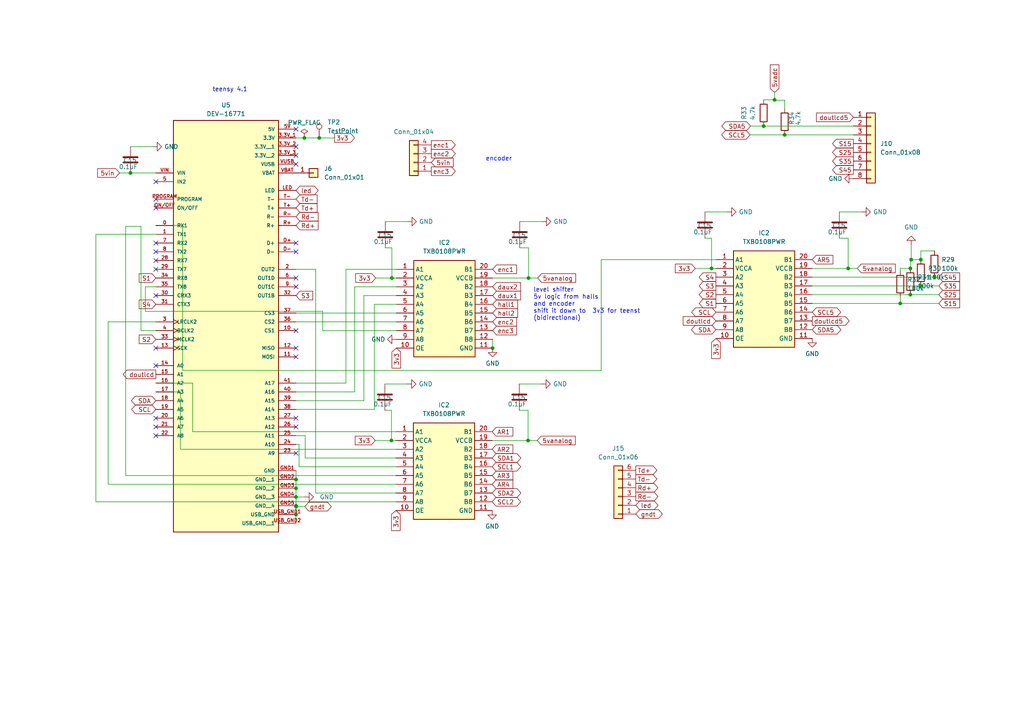
<source format=kicad_sch>
(kicad_sch (version 20230121) (generator eeschema)
  (paper "A4")
  (lib_symbols
    (symbol "Connector:TestPoint" (pin_numbers hide) (pin_names (offset 0.762) hide)
      (property "Reference" "TP" (at 0 6.858 0))
      (property "Value" "TestPoint" (at 0 5.08 0))
      (symbol "TestPoint_0_1"
        (circle (center 0 3.302) (radius 0.762))
      )
      (symbol "TestPoint_1_1"
        (pin passive line (at 0 0 90) (length 2.54) (name "1") (number "1"))
      )
    )
    (symbol "Connector_Generic:Conn_01x01" (pin_names (offset 1.016) hide)
      (property "Reference" "J" (at 0 2.54 0))
      (property "Value" "Conn_01x01" (at 0 -2.54 0))
      (symbol "Conn_01x01_1_1"
        (rectangle (start -1.27 0.127) (end 0 -0.127) (stroke (width 0.1524)))
        (rectangle (start -1.27 1.27) (end 1.27 -1.27) (stroke (width 0.254)) (fill (type background)))
        (pin passive line (at -5.08 0 0) (length 3.81) (name "Pin_1") (number "1"))
      )
    )
    (symbol "Connector_Generic:Conn_01x04" (pin_names (offset 1.016) hide)
      (property "Reference" "J" (at 0 5.08 0))
      (property "Value" "Conn_01x04" (at 0 -7.62 0))
      (symbol "Conn_01x04_1_1"
        (rectangle (start -1.27 -4.953) (end 0 -5.207) (stroke (width 0.1524)))
        (rectangle (start -1.27 -2.413) (end 0 -2.667) (stroke (width 0.1524)))
        (rectangle (start -1.27 0.127) (end 0 -0.127) (stroke (width 0.1524)))
        (rectangle (start -1.27 2.667) (end 0 2.413) (stroke (width 0.1524)))
        (rectangle (start -1.27 3.81) (end 1.27 -6.35) (stroke (width 0.254)) (fill (type background)))
        (pin passive line (at -5.08 2.54 0) (length 3.81) (name "Pin_1") (number "1"))
        (pin passive line (at -5.08 0 0) (length 3.81) (name "Pin_2") (number "2"))
        (pin passive line (at -5.08 -2.54 0) (length 3.81) (name "Pin_3") (number "3"))
        (pin passive line (at -5.08 -5.08 0) (length 3.81) (name "Pin_4") (number "4"))
      )
    )
    (symbol "Connector_Generic:Conn_01x06" (pin_names (offset 1.016) hide)
      (property "Reference" "J" (at 0 7.62 0))
      (property "Value" "Conn_01x06" (at 0 -10.16 0))
      (symbol "Conn_01x06_1_1"
        (rectangle (start -1.27 -7.493) (end 0 -7.747) (stroke (width 0.1524)))
        (rectangle (start -1.27 -4.953) (end 0 -5.207) (stroke (width 0.1524)))
        (rectangle (start -1.27 -2.413) (end 0 -2.667) (stroke (width 0.1524)))
        (rectangle (start -1.27 0.127) (end 0 -0.127) (stroke (width 0.1524)))
        (rectangle (start -1.27 2.667) (end 0 2.413) (stroke (width 0.1524)))
        (rectangle (start -1.27 5.207) (end 0 4.953) (stroke (width 0.1524)))
        (rectangle (start -1.27 6.35) (end 1.27 -8.89) (stroke (width 0.254)) (fill (type background)))
        (pin passive line (at -5.08 5.08 0) (length 3.81) (name "Pin_1") (number "1"))
        (pin passive line (at -5.08 2.54 0) (length 3.81) (name "Pin_2") (number "2"))
        (pin passive line (at -5.08 0 0) (length 3.81) (name "Pin_3") (number "3"))
        (pin passive line (at -5.08 -2.54 0) (length 3.81) (name "Pin_4") (number "4"))
        (pin passive line (at -5.08 -5.08 0) (length 3.81) (name "Pin_5") (number "5"))
        (pin passive line (at -5.08 -7.62 0) (length 3.81) (name "Pin_6") (number "6"))
      )
    )
    (symbol "Connector_Generic:Conn_01x08" (pin_names (offset 1.016) hide)
      (property "Reference" "J" (at 0 10.16 0))
      (property "Value" "Conn_01x08" (at 0 -12.7 0))
      (symbol "Conn_01x08_1_1"
        (rectangle (start -1.27 -10.033) (end 0 -10.287) (stroke (width 0.1524)))
        (rectangle (start -1.27 -7.493) (end 0 -7.747) (stroke (width 0.1524)))
        (rectangle (start -1.27 -4.953) (end 0 -5.207) (stroke (width 0.1524)))
        (rectangle (start -1.27 -2.413) (end 0 -2.667) (stroke (width 0.1524)))
        (rectangle (start -1.27 0.127) (end 0 -0.127) (stroke (width 0.1524)))
        (rectangle (start -1.27 2.667) (end 0 2.413) (stroke (width 0.1524)))
        (rectangle (start -1.27 5.207) (end 0 4.953) (stroke (width 0.1524)))
        (rectangle (start -1.27 7.747) (end 0 7.493) (stroke (width 0.1524)))
        (rectangle (start -1.27 8.89) (end 1.27 -11.43) (stroke (width 0.254)) (fill (type background)))
        (pin passive line (at -5.08 7.62 0) (length 3.81) (name "Pin_1") (number "1"))
        (pin passive line (at -5.08 5.08 0) (length 3.81) (name "Pin_2") (number "2"))
        (pin passive line (at -5.08 2.54 0) (length 3.81) (name "Pin_3") (number "3"))
        (pin passive line (at -5.08 0 0) (length 3.81) (name "Pin_4") (number "4"))
        (pin passive line (at -5.08 -2.54 0) (length 3.81) (name "Pin_5") (number "5"))
        (pin passive line (at -5.08 -5.08 0) (length 3.81) (name "Pin_6") (number "6"))
        (pin passive line (at -5.08 -7.62 0) (length 3.81) (name "Pin_7") (number "7"))
        (pin passive line (at -5.08 -10.16 0) (length 3.81) (name "Pin_8") (number "8"))
      )
    )
    (symbol "Device:C" (pin_numbers hide) (pin_names (offset 0.254))
      (property "Reference" "C" (at 0.635 2.54 0))
      (property "Value" "C" (at 0.635 -2.54 0))
      (symbol "C_0_1"
        (polyline (pts (xy -2.032 -0.762) (xy 2.032 -0.762)) (stroke (width 0.508)))
        (polyline (pts (xy -2.032 0.762) (xy 2.032 0.762)) (stroke (width 0.508)))
      )
      (symbol "C_1_1"
        (pin passive line (at 0 3.81 270) (length 2.794) (name "~") (number "1"))
        (pin passive line (at 0 -3.81 90) (length 2.794) (name "~") (number "2"))
      )
    )
    (symbol "Device:R" (pin_numbers hide) (pin_names (offset 0))
      (property "Reference" "R" (at 2.032 0 90))
      (property "Value" "R" (at 0 0 90))
      (symbol "R_0_1"
        (rectangle (start -1.016 -2.54) (end 1.016 2.54) (stroke (width 0.254)))
      )
      (symbol "R_1_1"
        (pin passive line (at 0 3.81 270) (length 1.27) (name "~") (number "1"))
        (pin passive line (at 0 -3.81 90) (length 1.27) (name "~") (number "2"))
      )
    )
    (symbol "mainbox:DEV-16771" (pin_names (offset 1.016))
      (property "Reference" "U5" (at 0 55.245 0))
      (property "Value" "DEV-16771" (at 0 52.705 0))
      (symbol "DEV-16771_0_0"
        (rectangle (start -15.24 -68.58) (end 15.24 50.8) (stroke (width 0.254)) (fill (type background)))
        (pin bidirectional line (at -20.32 20.32 0) (length 5.08) (name "RX1") (number "0"))
        (pin bidirectional line (at -20.32 17.78 0) (length 5.08) (name "TX1") (number "1"))
        (pin bidirectional line (at 20.32 -10.16 180) (length 5.08) (name "CS1") (number "10"))
        (pin bidirectional line (at 20.32 -17.78 180) (length 5.08) (name "MOSI") (number "11"))
        (pin bidirectional line (at 20.32 -15.24 180) (length 5.08) (name "MISO") (number "12"))
        (pin bidirectional clock (at -20.32 -15.24 0) (length 5.08) (name "SCK") (number "13"))
        (pin bidirectional line (at -20.32 -20.32 0) (length 5.08) (name "A0") (number "14"))
        (pin bidirectional line (at -20.32 -22.86 0) (length 5.08) (name "A1") (number "15"))
        (pin bidirectional line (at -20.32 -25.4 0) (length 5.08) (name "A2") (number "16"))
        (pin bidirectional line (at -20.32 -27.94 0) (length 5.08) (name "A3") (number "17"))
        (pin bidirectional line (at -20.32 -30.48 0) (length 5.08) (name "A4") (number "18"))
        (pin bidirectional line (at -20.32 -33.02 0) (length 5.08) (name "A5") (number "19"))
        (pin output line (at 20.32 7.62 180) (length 5.08) (name "OUT2") (number "2"))
        (pin bidirectional line (at -20.32 -35.56 0) (length 5.08) (name "A6") (number "20"))
        (pin bidirectional line (at -20.32 -38.1 0) (length 5.08) (name "A7") (number "21"))
        (pin bidirectional line (at -20.32 -40.64 0) (length 5.08) (name "A8") (number "22"))
        (pin bidirectional line (at 20.32 -45.72 180) (length 5.08) (name "A9") (number "23"))
        (pin bidirectional line (at 20.32 -43.18 180) (length 5.08) (name "A10") (number "24"))
        (pin bidirectional line (at 20.32 -40.64 180) (length 5.08) (name "A11") (number "25"))
        (pin bidirectional line (at 20.32 -38.1 180) (length 5.08) (name "A12") (number "26"))
        (pin bidirectional line (at 20.32 -35.56 180) (length 5.08) (name "A13") (number "27"))
        (pin bidirectional line (at -20.32 10.16 0) (length 5.08) (name "RX7") (number "28"))
        (pin bidirectional line (at -20.32 7.62 0) (length 5.08) (name "TX7") (number "29"))
        (pin bidirectional clock (at -20.32 -7.62 0) (length 5.08) (name "LRCLK2") (number "3"))
        (pin power_in line (at 20.32 45.72 180) (length 5.08) (name "3.3V") (number "3.3V_1"))
        (pin power_in line (at 20.32 43.18 180) (length 5.08) (name "3.3V__1") (number "3.3V_2"))
        (pin power_in line (at 20.32 40.64 180) (length 5.08) (name "3.3V__2") (number "3.3V_3"))
        (pin bidirectional line (at -20.32 0 0) (length 5.08) (name "CRX3") (number "30"))
        (pin bidirectional line (at -20.32 -2.54 0) (length 5.08) (name "CTX3") (number "31"))
        (pin output line (at 20.32 0 180) (length 5.08) (name "OUT1B") (number "32"))
        (pin bidirectional clock (at -20.32 -12.7 0) (length 5.08) (name "MCLK2") (number "33"))
        (pin bidirectional line (at -20.32 5.08 0) (length 5.08) (name "RX8") (number "34"))
        (pin bidirectional line (at -20.32 2.54 0) (length 5.08) (name "TX8") (number "35"))
        (pin bidirectional line (at 20.32 -7.62 180) (length 5.08) (name "CS2") (number "36"))
        (pin bidirectional line (at 20.32 -5.08 180) (length 5.08) (name "CS3") (number "37"))
        (pin bidirectional line (at 20.32 -33.02 180) (length 5.08) (name "A14") (number "38"))
        (pin bidirectional line (at 20.32 -30.48 180) (length 5.08) (name "A15") (number "39"))
        (pin bidirectional clock (at -20.32 -10.16 0) (length 5.08) (name "BCLK2") (number "4"))
        (pin bidirectional line (at 20.32 -27.94 180) (length 5.08) (name "A16") (number "40"))
        (pin bidirectional line (at 20.32 -25.4 180) (length 5.08) (name "A17") (number "41"))
        (pin bidirectional line (at -20.32 33.02 0) (length 5.08) (name "IN2") (number "5"))
        (pin power_in line (at 20.32 48.26 180) (length 5.08) (name "5V") (number "5V"))
        (pin output line (at 20.32 5.08 180) (length 5.08) (name "OUT1D") (number "6"))
        (pin bidirectional line (at -20.32 15.24 0) (length 5.08) (name "RX2") (number "7"))
        (pin bidirectional line (at -20.32 12.7 0) (length 5.08) (name "TX2") (number "8"))
        (pin output line (at 20.32 2.54 180) (length 5.08) (name "OUT1C") (number "9"))
        (pin bidirectional line (at 20.32 15.24 180) (length 5.08) (name "D+") (number "D+"))
        (pin bidirectional line (at 20.32 12.7 180) (length 5.08) (name "D-") (number "D-"))
        (pin power_in line (at 20.32 -50.8 180) (length 5.08) (name "GND") (number "GND1"))
        (pin power_in line (at 20.32 -53.34 180) (length 5.08) (name "GND__1") (number "GND2"))
        (pin power_in line (at 20.32 -55.88 180) (length 5.08) (name "GND__2") (number "GND3"))
        (pin power_in line (at 20.32 -58.42 180) (length 5.08) (name "GND__3") (number "GND4"))
        (pin power_in line (at 20.32 -60.96 180) (length 5.08) (name "GND__4") (number "GND5"))
        (pin bidirectional line (at 20.32 30.48 180) (length 5.08) (name "LED") (number "LED"))
        (pin bidirectional line (at -20.32 25.4 0) (length 5.08) (name "ON/OFF") (number "ON/OFF"))
        (pin bidirectional line (at -20.32 27.94 0) (length 5.08) (name "PROGRAM") (number "PROGRAM"))
        (pin bidirectional line (at 20.32 20.32 180) (length 5.08) (name "R+") (number "R+"))
        (pin bidirectional line (at 20.32 22.86 180) (length 5.08) (name "R-") (number "R-"))
        (pin bidirectional line (at 20.32 25.4 180) (length 5.08) (name "T+") (number "T+"))
        (pin bidirectional line (at 20.32 27.94 180) (length 5.08) (name "T-") (number "T-"))
        (pin power_in line (at 20.32 -63.5 180) (length 5.08) (name "USB_GND") (number "USB_GND1"))
        (pin power_in line (at 20.32 -66.04 180) (length 5.08) (name "USB_GND__1") (number "USB_GND2"))
        (pin passive line (at 20.32 35.56 180) (length 5.08) (name "VBAT") (number "VBAT"))
        (pin input line (at -20.32 35.56 0) (length 5.08) (name "VIN") (number "VIN"))
        (pin passive line (at 20.32 38.1 180) (length 5.08) (name "VUSB") (number "VUSB"))
      )
    )
    (symbol "mainbox:TXB0108PWR"
      (property "Reference" "IC" (at 24.13 7.62 0))
      (property "Value" "TXB0108PWR" (at 24.13 5.08 0))
      (symbol "TXB0108PWR_1_1"
        (rectangle (start 5.08 2.54) (end 22.86 -25.4) (stroke (width 0.254)) (fill (type background)))
        (pin passive line (at 0 0 0) (length 5.08) (name "A1") (number "1"))
        (pin passive line (at 0 -22.86 0) (length 5.08) (name "OE") (number "10"))
        (pin passive line (at 27.94 -22.86 180) (length 5.08) (name "GND") (number "11"))
        (pin passive line (at 27.94 -20.32 180) (length 5.08) (name "B8") (number "12"))
        (pin passive line (at 27.94 -17.78 180) (length 5.08) (name "B7") (number "13"))
        (pin passive line (at 27.94 -15.24 180) (length 5.08) (name "B6") (number "14"))
        (pin passive line (at 27.94 -12.7 180) (length 5.08) (name "B5") (number "15"))
        (pin passive line (at 27.94 -10.16 180) (length 5.08) (name "B4") (number "16"))
        (pin passive line (at 27.94 -7.62 180) (length 5.08) (name "B3") (number "17"))
        (pin passive line (at 27.94 -5.08 180) (length 5.08) (name "B2") (number "18"))
        (pin passive line (at 27.94 -2.54 180) (length 5.08) (name "VCCB") (number "19"))
        (pin passive line (at 0 -2.54 0) (length 5.08) (name "VCCA") (number "2"))
        (pin passive line (at 27.94 0 180) (length 5.08) (name "B1") (number "20"))
        (pin passive line (at 0 -5.08 0) (length 5.08) (name "A2") (number "3"))
        (pin passive line (at 0 -7.62 0) (length 5.08) (name "A3") (number "4"))
        (pin passive line (at 0 -10.16 0) (length 5.08) (name "A4") (number "5"))
        (pin passive line (at 0 -12.7 0) (length 5.08) (name "A5") (number "6"))
        (pin passive line (at 0 -15.24 0) (length 5.08) (name "A6") (number "7"))
        (pin passive line (at 0 -17.78 0) (length 5.08) (name "A7") (number "8"))
        (pin passive line (at 0 -20.32 0) (length 5.08) (name "A8") (number "9"))
      )
    )
    (symbol "power:GND" (power) (pin_names (offset 0))
      (property "Value" "GND" (at 0 -3.81 0))
      (symbol "GND_0_1"
        (polyline (pts (xy 0 0) (xy 0 -1.27) (xy 1.27 -1.27) (xy 0 -2.54) (xy -1.27 -1.27) (xy 0 -1.27)))
      )
      (symbol "GND_1_1"
        (pin power_in line (at 0 0 270) (length 0) hide (name "GND") (number "1"))
      )
    )
    (symbol "power:PWR_FLAG" (power) (pin_numbers hide) (pin_names (offset 0) hide)
      (property "Value" "PWR_FLAG" (at 0 3.81 0))
      (symbol "PWR_FLAG_0_0"
        (pin power_out line (at 0 0 90) (length 0) (name "pwr") (number "1"))
      )
      (symbol "PWR_FLAG_0_1"
        (polyline (pts (xy 0 0) (xy 0 1.27) (xy -1.016 1.905) (xy 0 2.54) (xy 1.016 1.905) (xy 0 1.27)))
      )
    )
  )
  (junction (at 267.081 75.311))
  (junction (at 221.488 36.576))
  (junction (at 92.583 40.005))
  (junction (at 85.852 141.605))
  (junction (at 113.538 127.762))
  (junction (at 206.375 77.851))
  (junction (at 153.162 127.762))
  (junction (at 85.852 146.685))
  (junction (at 271.018 80.391))
  (junction (at 261.112 88.011))
  (junction (at 153.289 80.645))
  (junction (at 267.081 82.931))
  (junction (at 264.033 85.471))
  (junction (at 264.287 75.311))
  (junction (at 245.999 77.851))
  (junction (at 227.584 39.116))
  (junction (at 85.852 139.065))
  (junction (at 85.852 146.939))
  (junction (at 85.852 144.145))
  (junction (at 37.846 50.165))
  (junction (at 264.033 77.851))
  (junction (at 113.665 80.645))
  (junction (at 88.265 40.005))
  (junction (at 224.663 28.956))
  (junction (at 142.875 100.965))
  (junction (at 85.852 149.225))
  (no_connect (at 45.212 57.785))
  (no_connect (at 45.212 73.025))
  (no_connect (at 45.212 100.965))
  (no_connect (at 85.852 123.825))
  (no_connect (at 85.852 103.505))
  (no_connect (at 45.212 85.725))
  (no_connect (at 45.212 52.705))
  (no_connect (at 85.852 70.485))
  (no_connect (at 85.852 73.025))
  (no_connect (at 85.852 131.445))
  (no_connect (at 45.212 121.285))
  (no_connect (at 85.852 121.285))
  (no_connect (at 45.212 123.825))
  (no_connect (at 45.212 78.105))
  (no_connect (at 45.212 70.485))
  (no_connect (at 45.212 126.365))
  (no_connect (at 85.852 37.465))
  (no_connect (at 85.852 95.885))
  (no_connect (at 85.852 42.545))
  (no_connect (at 85.852 100.965))
  (no_connect (at 45.212 106.045))
  (no_connect (at 85.852 80.645))
  (no_connect (at 45.212 75.565))
  (no_connect (at 45.212 60.325))
  (no_connect (at 85.852 83.185))
  (no_connect (at 85.852 45.085))
  (no_connect (at 85.852 47.625))
  (wire (pts (xy 91.567 143.002) (xy 91.567 78.105)))
  (wire (pts (xy 142.748 127.762) (xy 153.162 127.762)))
  (wire (pts (xy 113.538 127.762) (xy 114.808 127.762)))
  (wire (pts (xy 93.599 90.297) (xy 42.164 90.297)))
  (wire (pts (xy 267.081 82.931) (xy 272.288 82.931)))
  (wire (pts (xy 86.741 135.382) (xy 86.741 128.905)))
  (wire (pts (xy 271.018 80.391) (xy 272.288 80.391)))
  (wire (pts (xy 264.033 75.311) (xy 264.287 75.311)))
  (wire (pts (xy 114.935 83.185) (xy 102.87 83.185)))
  (wire (pts (xy 55.88 125.222) (xy 55.88 111.125)))
  (wire (pts (xy 55.88 111.125) (xy 45.212 111.125)))
  (wire (pts (xy 261.112 88.011) (xy 272.288 88.011)))
  (wire (pts (xy 45.212 83.185) (xy 42.164 83.185)))
  (wire (pts (xy 150.622 111.379) (xy 157.099 111.379)))
  (wire (pts (xy 142.875 80.645) (xy 153.289 80.645)))
  (wire (pts (xy 261.112 77.851) (xy 264.033 77.851)))
  (wire (pts (xy 206.375 77.851) (xy 207.645 77.851)))
  (wire (pts (xy 150.749 71.882) (xy 153.289 71.882)))
  (wire (pts (xy 97.028 40.005) (xy 92.583 40.005)))
  (wire (pts (xy 85.852 146.685) (xy 85.852 146.939)))
  (wire (pts (xy 85.852 144.145) (xy 85.852 146.685)))
  (wire (pts (xy 224.663 26.797) (xy 224.663 28.956)))
  (wire (pts (xy 243.459 61.468) (xy 249.936 61.468)))
  (wire (pts (xy 102.87 83.185) (xy 102.87 113.665)))
  (wire (pts (xy 245.999 77.851) (xy 245.999 69.088)))
  (wire (pts (xy 153.289 80.645) (xy 155.956 80.645)))
  (wire (pts (xy 111.633 118.999) (xy 113.538 118.999)))
  (wire (pts (xy 111.76 71.882) (xy 113.665 71.882)))
  (wire (pts (xy 204.47 69.088) (xy 206.375 69.088)))
  (wire (pts (xy 91.567 78.105) (xy 85.852 78.105)))
  (wire (pts (xy 86.741 128.905) (xy 85.852 128.905)))
  (wire (pts (xy 235.585 77.851) (xy 245.999 77.851)))
  (wire (pts (xy 36.449 137.922) (xy 114.808 137.922)))
  (wire (pts (xy 111.633 111.379) (xy 118.11 111.379)))
  (wire (pts (xy 235.585 82.931) (xy 267.081 82.931)))
  (wire (pts (xy 31.369 140.462) (xy 114.808 140.462)))
  (wire (pts (xy 108.839 127.762) (xy 113.538 127.762)))
  (wire (pts (xy 45.212 93.345) (xy 31.369 93.345)))
  (wire (pts (xy 55.88 125.222) (xy 114.808 125.222)))
  (wire (pts (xy 85.852 136.525) (xy 85.852 139.065)))
  (wire (pts (xy 114.808 132.842) (xy 88.519 132.842)))
  (wire (pts (xy 174.371 75.311) (xy 207.645 75.311)))
  (wire (pts (xy 40.894 65.659) (xy 40.894 95.885)))
  (wire (pts (xy 174.371 75.311) (xy 174.371 107.442)))
  (wire (pts (xy 264.287 70.993) (xy 264.287 75.311)))
  (wire (pts (xy 27.813 67.945) (xy 45.212 67.945)))
  (wire (pts (xy 245.999 77.851) (xy 248.666 77.851)))
  (wire (pts (xy 142.875 98.425) (xy 142.875 100.965)))
  (wire (pts (xy 34.671 50.165) (xy 37.846 50.165)))
  (wire (pts (xy 36.449 65.659) (xy 36.449 137.922)))
  (wire (pts (xy 40.894 95.885) (xy 45.212 95.885)))
  (wire (pts (xy 206.375 77.851) (xy 206.375 69.088)))
  (wire (pts (xy 100.33 111.125) (xy 85.852 111.125)))
  (wire (pts (xy 114.935 88.265) (xy 108.585 88.265)))
  (wire (pts (xy 42.164 83.185) (xy 42.164 90.297)))
  (wire (pts (xy 92.583 40.005) (xy 88.265 40.005)))
  (wire (pts (xy 52.959 107.442) (xy 52.959 65.405)))
  (wire (pts (xy 37.846 50.165) (xy 45.212 50.165)))
  (wire (pts (xy 243.459 69.088) (xy 245.999 69.088)))
  (wire (pts (xy 113.665 80.645) (xy 114.935 80.645)))
  (wire (pts (xy 235.585 85.471) (xy 264.033 85.471)))
  (wire (pts (xy 264.033 85.471) (xy 272.288 85.471)))
  (wire (pts (xy 235.585 88.011) (xy 261.112 88.011)))
  (wire (pts (xy 221.488 28.956) (xy 224.663 28.956)))
  (wire (pts (xy 153.162 127.762) (xy 155.829 127.762)))
  (wire (pts (xy 105.537 116.205) (xy 85.852 116.205)))
  (wire (pts (xy 267.081 75.311) (xy 267.081 72.771)))
  (wire (pts (xy 85.852 144.145) (xy 88.392 144.145)))
  (wire (pts (xy 31.369 93.345) (xy 31.369 140.462)))
  (wire (pts (xy 100.33 78.105) (xy 100.33 111.125)))
  (wire (pts (xy 153.289 80.645) (xy 153.289 71.882)))
  (wire (pts (xy 235.585 80.391) (xy 271.018 80.391)))
  (wire (pts (xy 150.622 118.999) (xy 153.162 118.999)))
  (wire (pts (xy 174.371 107.442) (xy 52.959 107.442)))
  (wire (pts (xy 85.852 139.065) (xy 85.852 141.605)))
  (wire (pts (xy 114.935 95.885) (xy 93.599 95.885)))
  (wire (pts (xy 267.081 72.771) (xy 271.018 72.771)))
  (wire (pts (xy 105.537 85.725) (xy 105.537 116.205)))
  (wire (pts (xy 114.808 143.002) (xy 91.567 143.002)))
  (wire (pts (xy 217.551 39.116) (xy 227.584 39.116)))
  (wire (pts (xy 88.265 40.005) (xy 85.852 40.005)))
  (wire (pts (xy 85.852 90.805) (xy 114.935 90.805)))
  (wire (pts (xy 85.852 146.939) (xy 85.852 149.225)))
  (wire (pts (xy 114.808 145.542) (xy 27.813 145.542)))
  (wire (pts (xy 114.935 78.105) (xy 100.33 78.105)))
  (wire (pts (xy 45.212 65.405) (xy 52.959 65.405)))
  (wire (pts (xy 261.112 86.233) (xy 261.112 88.011)))
  (wire (pts (xy 204.47 61.468) (xy 210.947 61.468)))
  (wire (pts (xy 227.584 29.083) (xy 227.584 31.496)))
  (wire (pts (xy 88.392 146.939) (xy 85.852 146.939)))
  (wire (pts (xy 217.678 36.576) (xy 221.488 36.576)))
  (wire (pts (xy 150.749 64.262) (xy 157.226 64.262)))
  (wire (pts (xy 52.324 130.302) (xy 52.324 113.665)))
  (wire (pts (xy 264.287 75.311) (xy 267.081 75.311)))
  (wire (pts (xy 108.585 88.265) (xy 108.585 118.745)))
  (wire (pts (xy 102.87 113.665) (xy 85.852 113.665)))
  (wire (pts (xy 113.538 127.762) (xy 113.538 118.999)))
  (wire (pts (xy 224.663 29.083) (xy 227.584 29.083)))
  (wire (pts (xy 113.665 80.645) (xy 113.665 71.882)))
  (wire (pts (xy 93.599 95.885) (xy 93.599 90.297)))
  (wire (pts (xy 88.519 132.842) (xy 88.519 126.365)))
  (wire (pts (xy 261.112 78.613) (xy 261.112 77.851)))
  (wire (pts (xy 227.584 39.116) (xy 247.523 39.116)))
  (wire (pts (xy 108.585 118.745) (xy 85.852 118.745)))
  (wire (pts (xy 36.449 65.659) (xy 40.894 65.659)))
  (wire (pts (xy 108.966 80.645) (xy 113.665 80.645)))
  (wire (pts (xy 27.813 67.945) (xy 27.813 145.542)))
  (wire (pts (xy 114.808 130.302) (xy 52.324 130.302)))
  (wire (pts (xy 221.488 36.576) (xy 247.523 36.576)))
  (wire (pts (xy 224.663 29.083) (xy 224.663 28.956)))
  (wire (pts (xy 85.852 141.605) (xy 85.852 144.145)))
  (wire (pts (xy 114.808 135.382) (xy 86.741 135.382)))
  (wire (pts (xy 153.162 127.762) (xy 153.162 118.999)))
  (wire (pts (xy 52.324 113.665) (xy 45.212 113.665)))
  (wire (pts (xy 114.935 85.725) (xy 105.537 85.725)))
  (wire (pts (xy 201.676 77.851) (xy 206.375 77.851)))
  (wire (pts (xy 264.033 77.851) (xy 264.033 75.311)))
  (wire (pts (xy 88.519 126.365) (xy 85.852 126.365)))
  (wire (pts (xy 37.846 42.545) (xy 44.323 42.545)))
  (wire (pts (xy 85.852 149.225) (xy 85.852 151.765)))
  (wire (pts (xy 111.76 64.262) (xy 118.237 64.262)))
  (wire (pts (xy 85.852 93.345) (xy 114.935 93.345)))
  (text "encoder" (at 140.843 46.863 0) (effects (font (size 1.27 1.27)) (justify left bottom)))
  (text "level shifter\n5v logic from halls\nand encoder\nshift it down to  3v3 for teenst\n(bidirectional)" (at 154.686 93.091 0) (effects (font (size 1.27 1.27)) (justify left bottom)))
  (text "teensy 4.1" (at 61.595 26.797 0) (effects (font (size 1.27 1.27)) (justify left bottom)))
  (global_label "SCL" (shape bidirectional) (at 207.645 90.551 180) (property "Intersheetrefs" "${INTERSHEET_REFS}" (effects hide)))
  (global_label "AR4" (shape input) (at 142.748 140.462 0) (property "Intersheetrefs" "${INTERSHEET_REFS}" (effects hide)))
  (global_label "SDA5" (shape bidirectional) (at 217.678 36.576 180) (property "Intersheetrefs" "${INTERSHEET_REFS}" (effects hide)))
  (global_label "S4" (shape input) (at 45.212 88.265 180) (property "Intersheetrefs" "${INTERSHEET_REFS}" (effects hide)))
  (global_label "S25" (shape input) (at 272.288 85.471 0) (property "Intersheetrefs" "${INTERSHEET_REFS}" (effects hide)))
  (global_label "doutlcd5" (shape output) (at 235.585 93.091 0) (property "Intersheetrefs" "${INTERSHEET_REFS}" (effects hide)))
  (global_label "SCL2" (shape bidirectional) (at 142.748 145.542 0) (property "Intersheetrefs" "${INTERSHEET_REFS}" (effects hide)))
  (global_label "SDA" (shape bidirectional) (at 45.212 116.205 180) (property "Intersheetrefs" "${INTERSHEET_REFS}" (effects hide)))
  (global_label "SCL" (shape bidirectional) (at 45.212 118.745 180) (property "Intersheetrefs" "${INTERSHEET_REFS}" (effects hide)))
  (global_label "S1" (shape output) (at 207.645 88.011 180) (property "Intersheetrefs" "${INTERSHEET_REFS}" (effects hide)))
  (global_label "hall1" (shape input) (at 142.875 88.265 0) (property "Intersheetrefs" "${INTERSHEET_REFS}" (effects hide)))
  (global_label "5vin" (shape input) (at 125.095 47.117 0) (property "Intersheetrefs" "${INTERSHEET_REFS}" (effects hide)))
  (global_label "5vanalog" (shape input) (at 248.666 77.851 0) (property "Intersheetrefs" "${INTERSHEET_REFS}" (effects hide)))
  (global_label "SDA5" (shape bidirectional) (at 235.585 95.631 0) (property "Intersheetrefs" "${INTERSHEET_REFS}" (effects hide)))
  (global_label "SCL5" (shape bidirectional) (at 235.585 90.551 0) (property "Intersheetrefs" "${INTERSHEET_REFS}" (effects hide)))
  (global_label "S1" (shape input) (at 45.212 80.645 180) (property "Intersheetrefs" "${INTERSHEET_REFS}" (effects hide)))
  (global_label "S3" (shape output) (at 207.645 82.931 180) (property "Intersheetrefs" "${INTERSHEET_REFS}" (effects hide)))
  (global_label "5vanalog" (shape input) (at 155.829 127.762 0) (property "Intersheetrefs" "${INTERSHEET_REFS}" (effects hide)))
  (global_label "AR5" (shape input) (at 235.585 75.311 0) (property "Intersheetrefs" "${INTERSHEET_REFS}" (effects hide)))
  (global_label "enc1" (shape input) (at 142.875 78.105 0) (property "Intersheetrefs" "${INTERSHEET_REFS}" (effects hide)))
  (global_label "Rd-" (shape output) (at 184.404 144.018 0) (property "Intersheetrefs" "${INTERSHEET_REFS}" (effects hide)))
  (global_label "enc2" (shape input) (at 142.875 93.345 0) (property "Intersheetrefs" "${INTERSHEET_REFS}" (effects hide)))
  (global_label "3v3" (shape input) (at 114.808 148.082 270) (property "Intersheetrefs" "${INTERSHEET_REFS}" (effects hide)))
  (global_label "S3" (shape input) (at 85.852 85.725 0) (property "Intersheetrefs" "${INTERSHEET_REFS}" (effects hide)))
  (global_label "S15" (shape input) (at 272.288 88.011 0) (property "Intersheetrefs" "${INTERSHEET_REFS}" (effects hide)))
  (global_label "Rd+" (shape output) (at 184.404 141.478 0) (property "Intersheetrefs" "${INTERSHEET_REFS}" (effects hide)))
  (global_label "Td-" (shape output) (at 184.404 138.938 0) (property "Intersheetrefs" "${INTERSHEET_REFS}" (effects hide)))
  (global_label "S45" (shape output) (at 247.523 49.276 180) (property "Intersheetrefs" "${INTERSHEET_REFS}" (effects hide)))
  (global_label "SDA2" (shape bidirectional) (at 142.748 143.002 0) (property "Intersheetrefs" "${INTERSHEET_REFS}" (effects hide)))
  (global_label "gndt" (shape bidirectional) (at 184.404 149.098 0) (property "Intersheetrefs" "${INTERSHEET_REFS}" (effects hide)))
  (global_label "Td+" (shape output) (at 184.404 136.398 0) (property "Intersheetrefs" "${INTERSHEET_REFS}" (effects hide)))
  (global_label "3v3" (shape output) (at 97.028 40.005 0) (property "Intersheetrefs" "${INTERSHEET_REFS}" (effects hide)))
  (global_label "hall2" (shape input) (at 142.875 90.805 0) (property "Intersheetrefs" "${INTERSHEET_REFS}" (effects hide)))
  (global_label "AR1" (shape input) (at 142.748 125.222 0) (property "Intersheetrefs" "${INTERSHEET_REFS}" (effects hide)))
  (global_label "Td+" (shape input) (at 85.852 60.325 0) (property "Intersheetrefs" "${INTERSHEET_REFS}" (effects hide)))
  (global_label "S35" (shape input) (at 272.288 82.931 0) (property "Intersheetrefs" "${INTERSHEET_REFS}" (effects hide)))
  (global_label "Rd-" (shape input) (at 85.852 62.865 0) (property "Intersheetrefs" "${INTERSHEET_REFS}" (effects hide)))
  (global_label "3v3" (shape input) (at 108.839 127.762 180) (property "Intersheetrefs" "${INTERSHEET_REFS}" (effects hide)))
  (global_label "daux2" (shape input) (at 142.875 83.185 0) (property "Intersheetrefs" "${INTERSHEET_REFS}" (effects hide)))
  (global_label "Rd+" (shape input) (at 85.852 65.405 0) (property "Intersheetrefs" "${INTERSHEET_REFS}" (effects hide)))
  (global_label "doutlcd" (shape output) (at 45.212 108.585 180) (property "Intersheetrefs" "${INTERSHEET_REFS}" (effects hide)))
  (global_label "enc3" (shape input) (at 142.875 95.885 0) (property "Intersheetrefs" "${INTERSHEET_REFS}" (effects hide)))
  (global_label "enc2" (shape output) (at 125.095 44.577 0) (property "Intersheetrefs" "${INTERSHEET_REFS}" (effects hide)))
  (global_label "daux1" (shape input) (at 142.875 85.725 0) (property "Intersheetrefs" "${INTERSHEET_REFS}" (effects hide)))
  (global_label "S2" (shape output) (at 207.645 85.471 180) (property "Intersheetrefs" "${INTERSHEET_REFS}" (effects hide)))
  (global_label "5vanalog" (shape input) (at 155.956 80.645 0) (property "Intersheetrefs" "${INTERSHEET_REFS}" (effects hide)))
  (global_label "S45" (shape input) (at 272.288 80.391 0) (property "Intersheetrefs" "${INTERSHEET_REFS}" (effects hide)))
  (global_label "doutlcd" (shape input) (at 207.645 93.091 180) (property "Intersheetrefs" "${INTERSHEET_REFS}" (effects hide)))
  (global_label "5vin" (shape input) (at 34.671 50.165 180) (property "Intersheetrefs" "${INTERSHEET_REFS}" (effects hide)))
  (global_label "led" (shape bidirectional) (at 85.852 55.245 0) (property "Intersheetrefs" "${INTERSHEET_REFS}" (effects hide)))
  (global_label "S15" (shape output) (at 247.523 41.656 180) (property "Intersheetrefs" "${INTERSHEET_REFS}" (effects hide)))
  (global_label "3v3" (shape input) (at 114.935 100.965 270) (property "Intersheetrefs" "${INTERSHEET_REFS}" (effects hide)))
  (global_label "AR3" (shape input) (at 142.748 137.922 0) (property "Intersheetrefs" "${INTERSHEET_REFS}" (effects hide)))
  (global_label "S4" (shape output) (at 207.645 80.391 180) (property "Intersheetrefs" "${INTERSHEET_REFS}" (effects hide)))
  (global_label "3v3" (shape input) (at 201.676 77.851 180) (property "Intersheetrefs" "${INTERSHEET_REFS}" (effects hide)))
  (global_label "SCL1" (shape bidirectional) (at 142.748 135.382 0) (property "Intersheetrefs" "${INTERSHEET_REFS}" (effects hide)))
  (global_label "enc3" (shape output) (at 125.095 49.657 0) (property "Intersheetrefs" "${INTERSHEET_REFS}" (effects hide)))
  (global_label "3v3" (shape input) (at 108.966 80.645 180) (property "Intersheetrefs" "${INTERSHEET_REFS}" (effects hide)))
  (global_label "gndt" (shape bidirectional) (at 88.392 146.939 0) (property "Intersheetrefs" "${INTERSHEET_REFS}" (effects hide)))
  (global_label "S35" (shape output) (at 247.523 46.736 180) (property "Intersheetrefs" "${INTERSHEET_REFS}" (effects hide)))
  (global_label "SDA" (shape bidirectional) (at 207.645 95.631 180) (property "Intersheetrefs" "${INTERSHEET_REFS}" (effects hide)))
  (global_label "Td-" (shape input) (at 85.852 57.785 0) (property "Intersheetrefs" "${INTERSHEET_REFS}" (effects hide)))
  (global_label "AR2" (shape input) (at 142.748 130.302 0) (property "Intersheetrefs" "${INTERSHEET_REFS}" (effects hide)))
  (global_label "enc1" (shape output) (at 125.095 42.037 0) (property "Intersheetrefs" "${INTERSHEET_REFS}" (effects hide)))
  (global_label "SCL5" (shape bidirectional) (at 217.551 39.116 180) (property "Intersheetrefs" "${INTERSHEET_REFS}" (effects hide)))
  (global_label "S25" (shape output) (at 247.523 44.196 180) (property "Intersheetrefs" "${INTERSHEET_REFS}" (effects hide)))
  (global_label "5vadc" (shape input) (at 224.663 26.797 90) (property "Intersheetrefs" "${INTERSHEET_REFS}" (effects hide)))
  (global_label "doutlcd5" (shape input) (at 247.523 34.036 180) (property "Intersheetrefs" "${INTERSHEET_REFS}" (effects hide)))
  (global_label "led" (shape bidirectional) (at 184.404 146.558 0) (property "Intersheetrefs" "${INTERSHEET_REFS}" (effects hide)))
  (global_label "3v3" (shape input) (at 207.645 98.171 270) (property "Intersheetrefs" "${INTERSHEET_REFS}" (effects hide)))
  (global_label "SDA1" (shape bidirectional) (at 142.748 132.842 0) (property "Intersheetrefs" "${INTERSHEET_REFS}" (effects hide)))
  (global_label "S2" (shape input) (at 45.212 98.425 180) (property "Intersheetrefs" "${INTERSHEET_REFS}" (effects hide)))
  (symbol (lib_id "Device:R") (at 264.033 81.661 0) (unit 1)
    (property "Reference" "R31" (at 266.065 80.391 0) (effects (justify left)))
    (property "Value" "100k" (at 266.065 82.931 0) (effects (justify left)))
    (property "Footprint" "Resistor_SMD:R_0603_1608Metric" (effects hide))
  )
  (symbol (lib_id "mainbox:TXB0108PWR") (at 114.808 125.222 0) (unit 1)
    (property "Reference" "IC2" (at 128.778 117.475 0))
    (property "Value" "TXB0108PWR" (at 128.778 120.015 0))
    (property "Footprint" "mainboxfp:SOP65P640X120-20N" (effects hide))
    (property "Datasheet" "http://www.ti.com/lit/ds/symlink/txb0108.pdf" (effects hide))
    (property "Height" "1.2" (effects hide))
    (property "Mouser Part Number" "595-TXB0108PWR" (effects hide))
    (property "Mouser Price/Stock" "https://www.mouser.co.uk/ProductDetail/Texas-Instruments/TXB0108PWR?qs=oFXvjAmG9EgEUWGWzOVFCA%3D%3D" (effects hide))
    (property "Manufacturer_Name" "Texas Instruments" (effects hide))
    (property "Manufacturer_Part_Number" "TXB0108PWR" (effects hide))
    (instances (project "mainbox_baclup" (path "" (reference "IC2") (unit 1)) (path "" (reference "IC9") (unit 1))))
  )
  (symbol (lib_id "power:GND") (at 142.875 100.965 0) (unit 1)
    (property "Reference" "#PWR010" (effects hide))
    (property "Value" "GND" (at 142.875 105.41 0))
  )
  (symbol (lib_id "Device:R") (at 267.081 79.121 0) (unit 1)
    (property "Reference" "R30" (at 269.113 77.851 0) (effects (justify left)))
    (property "Value" "100k" (at 269.113 80.391 0) (effects (justify left)))
    (property "Footprint" "Resistor_SMD:R_0603_1608Metric" (effects hide))
  )
  (symbol (lib_id "Device:R") (at 227.584 35.306 180) (unit 1)
    (property "Reference" "R34" (at 229.616 34.29 90))
    (property "Value" "4.7k" (at 231.521 34.29 90))
    (property "Footprint" "Resistor_SMD:R_0603_1608Metric" (effects hide))
    (instances (project "mainbox_baclup" (path "" (reference "R34") (unit 1)) (path "" (reference "R38") (unit 1))))
  )
  (symbol (lib_id "Connector_Generic:Conn_01x01") (at 90.932 50.165 0) (unit 1)
    (property "Reference" "J6" (at 93.98 48.895 0) (effects (justify left)))
    (property "Value" "Conn_01x01" (at 93.98 51.435 0) (effects (justify left)))
    (property "Footprint" "Connector_PinHeader_2.54mm:PinHeader_1x01_P2.54mm_Vertical" (effects hide))
  )
  (symbol (lib_id "power:GND") (at 114.935 98.425 270) (unit 1)
    (property "Reference" "#PWR016" (effects hide))
    (property "Value" "GND" (at 111.76 98.425 90) (effects (justify right)))
  )
  (symbol (lib_id "power:GND") (at 247.523 51.816 270) (unit 1)
    (property "Reference" "#PWR016" (effects hide))
    (property "Value" "GND" (at 244.348 51.816 90) (effects (justify right)))
    (instances (project "AD7768_breakout" (path "" (reference "#PWR016") (unit 1))) (project "mainbox_baclup" (path "" (reference "#PWR05") (unit 1)) (path "" (reference "#PWR0100") (unit 1))))
  )
  (symbol (lib_id "Device:R") (at 261.112 82.423 0) (unit 1)
    (property "Reference" "R32" (at 263.144 81.153 0) (effects (justify left)))
    (property "Value" "100k" (at 263.144 83.693 0) (effects (justify left)))
    (property "Footprint" "Resistor_SMD:R_0603_1608Metric" (effects hide))
  )
  (symbol (lib_id "mainbox:TXB0108PWR") (at 207.645 75.311 0) (unit 1)
    (property "Reference" "IC2" (at 221.615 67.564 0))
    (property "Value" "TXB0108PWR" (at 221.615 70.104 0))
    (property "Footprint" "mainboxfp:SOP65P640X120-20N" (effects hide))
    (property "Datasheet" "http://www.ti.com/lit/ds/symlink/txb0108.pdf" (effects hide))
    (property "Height" "1.2" (effects hide))
    (property "Mouser Part Number" "595-TXB0108PWR" (effects hide))
    (property "Mouser Price/Stock" "https://www.mouser.co.uk/ProductDetail/Texas-Instruments/TXB0108PWR?qs=oFXvjAmG9EgEUWGWzOVFCA%3D%3D" (effects hide))
    (property "Manufacturer_Name" "Texas Instruments" (effects hide))
    (property "Manufacturer_Part_Number" "TXB0108PWR" (effects hide))
    (instances (project "mainbox_baclup" (path "" (reference "IC2") (unit 1)) (path "" (reference "IC1") (unit 1))))
  )
  (symbol (lib_id "power:GND") (at 157.099 111.379 90) (unit 1)
    (property "Reference" "#PWR016" (effects hide))
    (property "Value" "GND" (at 160.401 111.379 90) (effects (justify right)))
    (instances (project "AD7768_breakout" (path "" (reference "#PWR016") (unit 1))) (project "mainbox_baclup" (path "" (reference "#PWR05") (unit 1)) (path "" (reference "#PWR022") (unit 1))))
  )
  (symbol (lib_id "power:GND") (at 142.748 148.082 0) (unit 1)
    (property "Reference" "#PWR016" (effects hide))
    (property "Value" "GND" (at 142.748 152.654 0))
    (instances (project "AD7768_breakout" (path "" (reference "#PWR016") (unit 1))) (project "mainbox_baclup" (path "" (reference "#PWR05") (unit 1)) (path "" (reference "#PWR023") (unit 1))))
  )
  (symbol (lib_id "Device:C") (at 243.459 65.278 180) (unit 1)
    (property "Reference" "C15" (at 243.332 65.405 0))
    (property "Value" "0.1uF" (at 242.824 67.31 0))
    (property "Footprint" "Capacitor_SMD:C_0603_1608Metric" (effects hide))
    (instances (project "AD7768_breakout" (path "" (reference "C15") (unit 1))) (project "mainbox_baclup" (path "" (reference "C2") (unit 1)) (path "" (reference "C51") (unit 1))))
  )
  (symbol (lib_id "power:GND") (at 118.237 64.262 90) (unit 1)
    (property "Reference" "#PWR016" (effects hide))
    (property "Value" "GND" (at 121.539 64.262 90) (effects (justify right)))
    (instances (project "AD7768_breakout" (path "" (reference "#PWR016") (unit 1))) (project "mainbox_baclup" (path "" (reference "#PWR05") (unit 1)) (path "" (reference "#PWR03") (unit 1))))
  )
  (symbol (lib_id "power:GND") (at 44.323 42.545 90) (unit 1)
    (property "Reference" "#PWR016" (effects hide))
    (property "Value" "GND" (at 47.625 42.545 90) (effects (justify right)))
    (instances (project "AD7768_breakout" (path "" (reference "#PWR016") (unit 1))) (project "mainbox_baclup" (path "" (reference "#PWR05") (unit 1)) (path "" (reference "#PWR035") (unit 1))))
  )
  (symbol (lib_id "power:GND") (at 118.11 111.379 90) (unit 1)
    (property "Reference" "#PWR016" (effects hide))
    (property "Value" "GND" (at 121.412 111.379 90) (effects (justify right)))
    (instances (project "AD7768_breakout" (path "" (reference "#PWR016") (unit 1))) (project "mainbox_baclup" (path "" (reference "#PWR05") (unit 1)) (path "" (reference "#PWR024") (unit 1))))
  )
  (symbol (lib_id "Device:C") (at 150.622 115.189 180) (unit 1)
    (property "Reference" "C15" (at 150.495 115.316 0))
    (property "Value" "0.1uF" (at 149.987 117.221 0))
    (property "Footprint" "Capacitor_SMD:C_0603_1608Metric" (effects hide))
    (instances (project "AD7768_breakout" (path "" (reference "C15") (unit 1))) (project "mainbox_baclup" (path "" (reference "C2") (unit 1)) (path "" (reference "C7") (unit 1))))
  )
  (symbol (lib_id "power:GND") (at 157.226 64.262 90) (unit 1)
    (property "Reference" "#PWR016" (effects hide))
    (property "Value" "GND" (at 160.528 64.262 90) (effects (justify right)))
    (instances (project "AD7768_breakout" (path "" (reference "#PWR016") (unit 1))) (project "mainbox_baclup" (path "" (reference "#PWR05") (unit 1)) (path "" (reference "#PWR045") (unit 1))))
  )
  (symbol (lib_id "power:GND") (at 88.392 144.145 90) (unit 1)
    (property "Reference" "#PWR014" (effects hide))
    (property "Value" "GND" (at 92.71 144.145 90) (effects (justify right)))
  )
  (symbol (lib_id "Device:C") (at 204.47 65.278 180) (unit 1)
    (property "Reference" "C15" (at 204.343 65.405 0))
    (property "Value" "0.1uF" (at 203.835 67.31 0))
    (property "Footprint" "Capacitor_SMD:C_0603_1608Metric" (effects hide))
    (instances (project "AD7768_breakout" (path "" (reference "C15") (unit 1))) (project "mainbox_baclup" (path "" (reference "C2") (unit 1)) (path "" (reference "C40") (unit 1))))
  )
  (symbol (lib_id "power:PWR_FLAG") (at 88.265 40.005 0) (unit 1)
    (property "Reference" "#FLG01" (effects hide))
    (property "Value" "PWR_FLAG" (at 88.265 35.56 0))
  )
  (symbol (lib_id "mainbox:DEV-16771") (at 65.532 85.725 0) (unit 1)
    (property "Reference" "U5" (at 65.532 30.48 0))
    (property "Value" "DEV-16771" (at 65.532 33.02 0))
    (property "Footprint" "mainboxfp:MODULE_DEV-16771" (effects hide))
    (property "PARTREV" "4.1" (effects hide))
    (property "MANUFACTURER" "SparkFun Electronics" (effects hide))
    (property "MAXIMUM_PACKAGE_HEIGHT" "4.07mm" (effects hide))
    (property "STANDARD" "Manufacturer recommendations" (effects hide))
  )
  (symbol (lib_id "mainbox:TXB0108PWR") (at 114.935 78.105 0) (unit 1)
    (property "Reference" "IC2" (at 128.905 70.358 0))
    (property "Value" "TXB0108PWR" (at 128.905 72.898 0))
    (property "Footprint" "mainboxfp:SOP65P640X120-20N" (effects hide))
    (property "Datasheet" "http://www.ti.com/lit/ds/symlink/txb0108.pdf" (effects hide))
    (property "Height" "1.2" (effects hide))
    (property "Mouser Part Number" "595-TXB0108PWR" (effects hide))
    (property "Mouser Price/Stock" "https://www.mouser.co.uk/ProductDetail/Texas-Instruments/TXB0108PWR?qs=oFXvjAmG9EgEUWGWzOVFCA%3D%3D" (effects hide))
    (property "Manufacturer_Name" "Texas Instruments" (effects hide))
    (property "Manufacturer_Part_Number" "TXB0108PWR" (effects hide))
  )
  (symbol (lib_id "Connector_Generic:Conn_01x06") (at 179.324 144.018 180) (unit 1)
    (property "Reference" "J15" (at 179.324 130.048 0))
    (property "Value" "Conn_01x06" (at 179.324 132.588 0))
    (property "Footprint" "peripheralio:SMD_picoblade_hori_1x06" (effects hide))
  )
  (symbol (lib_id "Device:R") (at 221.488 32.766 180) (unit 1)
    (property "Reference" "R33" (at 215.773 32.766 90))
    (property "Value" "4.7k" (at 218.313 32.766 90))
    (property "Footprint" "Resistor_SMD:R_0603_1608Metric" (effects hide))
    (instances (project "mainbox_baclup" (path "" (reference "R33") (unit 1)) (path "" (reference "R37") (unit 1))))
  )
  (symbol (lib_id "Device:C") (at 111.633 115.189 180) (unit 1)
    (property "Reference" "C15" (at 111.506 115.316 0))
    (property "Value" "0.1uF" (at 110.998 117.221 0))
    (property "Footprint" "Capacitor_SMD:C_0603_1608Metric" (effects hide))
    (instances (project "AD7768_breakout" (path "" (reference "C15") (unit 1))) (project "mainbox_baclup" (path "" (reference "C2") (unit 1)) (path "" (reference "C9") (unit 1))))
  )
  (symbol (lib_id "Device:C") (at 150.749 68.072 180) (unit 1)
    (property "Reference" "C15" (at 150.622 68.199 0))
    (property "Value" "0.1uF" (at 150.114 70.104 0))
    (property "Footprint" "Capacitor_SMD:C_0603_1608Metric" (effects hide))
    (instances (project "AD7768_breakout" (path "" (reference "C15") (unit 1))) (project "mainbox_baclup" (path "" (reference "C2") (unit 1)) (path "" (reference "C37") (unit 1))))
  )
  (symbol (lib_id "Connector_Generic:Conn_01x04") (at 120.015 47.117 180) (unit 1)
    (property "Reference" "J1" (effects hide))
    (property "Value" "Conn_01x04" (at 120.015 38.227 0))
    (property "Footprint" "peripheralio:SMD_picoblade_hori_1x04" (effects hide))
    (instances (project "peripheral_io_sg" (path "" (reference "J1") (unit 1))) (project "mainbox_baclup" (path "" (reference "J1") (unit 1))) (project "peripheral_io_main" (path "" (reference "J13") (unit 1))))
  )
  (symbol (lib_id "Connector:TestPoint") (at 92.583 40.005 0) (unit 1)
    (property "Reference" "TP2" (at 94.996 35.433 0) (effects (justify left)))
    (property "Value" "TestPoint" (at 94.996 37.973 0) (effects (justify left)))
    (property "Footprint" "TestPoint:TestPoint_Pad_1.5x1.5mm" (effects hide))
    (instances (project "mainbox_baclup" (path "" (reference "TP2") (unit 1)) (path "" (reference "TP8") (unit 1))))
  )
  (symbol (lib_id "Connector_Generic:Conn_01x08") (at 252.603 41.656 0) (unit 1)
    (property "Reference" "J10" (at 255.27 41.656 0) (effects (justify left)))
    (property "Value" "Conn_01x08" (at 255.27 44.196 0) (effects (justify left)))
    (property "Footprint" "peripheralio:SMD_picoblade_hori_1x08" (effects hide))
  )
  (symbol (lib_id "power:GND") (at 249.936 61.468 90) (unit 1)
    (property "Reference" "#PWR016" (effects hide))
    (property "Value" "GND" (at 253.238 61.468 90) (effects (justify right)))
    (instances (project "AD7768_breakout" (path "" (reference "#PWR016") (unit 1))) (project "mainbox_baclup" (path "" (reference "#PWR05") (unit 1)) (path "" (reference "#PWR080") (unit 1))))
  )
  (symbol (lib_id "power:GND") (at 235.585 98.171 0) (unit 1)
    (property "Reference" "#PWR016" (effects hide))
    (property "Value" "GND" (at 235.585 102.616 0))
    (instances (project "AD7768_breakout" (path "" (reference "#PWR016") (unit 1))) (project "mainbox_baclup" (path "" (reference "#PWR05") (unit 1)) (path "" (reference "#PWR0101") (unit 1))))
  )
  (symbol (lib_id "Device:C") (at 37.846 46.355 180) (unit 1)
    (property "Reference" "C15" (at 37.719 46.482 0))
    (property "Value" "0.1uF" (at 37.211 48.387 0))
    (property "Footprint" "Capacitor_SMD:C_0603_1608Metric" (effects hide))
    (instances (project "AD7768_breakout" (path "" (reference "C15") (unit 1))) (project "mainbox_baclup" (path "" (reference "C2") (unit 1)) (path "" (reference "C26") (unit 1))))
  )
  (symbol (lib_id "Device:R") (at 271.018 76.581 0) (unit 1)
    (property "Reference" "R29" (at 273.05 75.311 0) (effects (justify left)))
    (property "Value" "100k" (at 273.05 77.851 0) (effects (justify left)))
    (property "Footprint" "Resistor_SMD:R_0603_1608Metric" (effects hide))
  )
  (symbol (lib_id "power:GND") (at 264.287 70.993 180) (unit 1)
    (property "Reference" "#PWR016" (effects hide))
    (property "Value" "GND" (at 264.287 65.913 0))
    (instances (project "AD7768_breakout" (path "" (reference "#PWR016") (unit 1))) (project "mainbox_baclup" (path "" (reference "#PWR05") (unit 1)) (path "" (reference "#PWR0102") (unit 1))))
  )
  (symbol (lib_id "Device:C") (at 111.76 68.072 180) (unit 1)
    (property "Reference" "C15" (at 111.633 68.199 0))
    (property "Value" "0.1uF" (at 111.125 70.104 0))
    (property "Footprint" "Capacitor_SMD:C_0603_1608Metric" (effects hide))
    (instances (project "AD7768_breakout" (path "" (reference "C15") (unit 1))) (project "mainbox_baclup" (path "" (reference "C2") (unit 1)) (path "" (reference "C15") (unit 1))))
  )
  (symbol (lib_id "power:GND") (at 210.947 61.468 90) (unit 1)
    (property "Reference" "#PWR016" (effects hide))
    (property "Value" "GND" (at 214.249 61.468 90) (effects (justify right)))
    (instances (project "AD7768_breakout" (path "" (reference "#PWR016") (unit 1))) (project "mainbox_baclup" (path "" (reference "#PWR05") (unit 1)) (path "" (reference "#PWR069") (unit 1))))
  )
)
</source>
